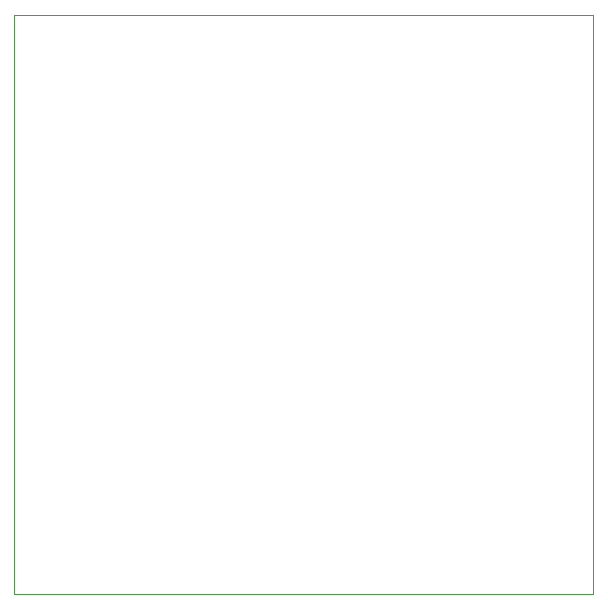
<source format=gko>
G04*
G04 #@! TF.GenerationSoftware,Altium Limited,Altium Designer,21.8.1 (53)*
G04*
G04 Layer_Color=16711935*
%FSLAX25Y25*%
%MOIN*%
G70*
G04*
G04 #@! TF.SameCoordinates,33007FA4-84DD-45AE-8A3E-017269BB5B56*
G04*
G04*
G04 #@! TF.FilePolarity,Positive*
G04*
G01*
G75*
%ADD20C,0.00004*%
D20*
X192913D01*
Y192913D01*
X0D02*
X192913D01*
X0Y0D02*
Y192913D01*
M02*

</source>
